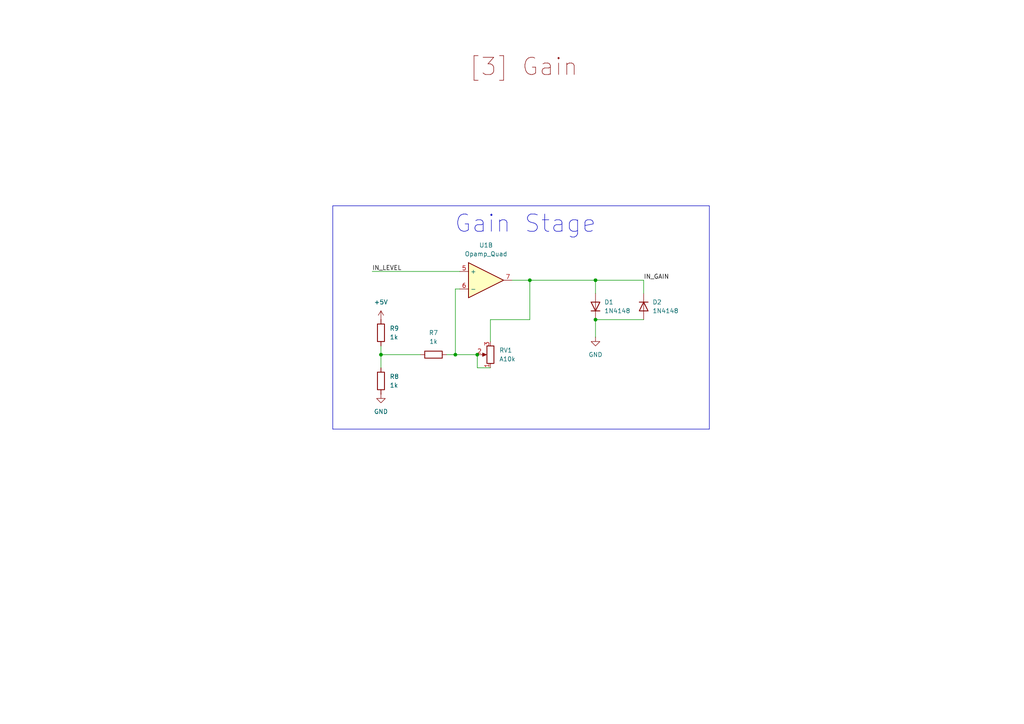
<source format=kicad_sch>
(kicad_sch (version 20231120) (generator "eeschema") (generator_version "8.0")
  (paper "A4")
  (lib_symbols
    (symbol "Device:Opamp_Quad"
      (property "Reference" "U" (at 0 5.08 0))
      (property "Value" "Opamp_Quad" (at 0 -5.08 0))
      (symbol "Opamp_Quad_1_1"
        (polyline (pts (xy -5.08 5.08) (xy 5.08 0) (xy -5.08 -5.08) (xy -5.08 5.08)) (stroke (width 0.254)) (fill (type background)))
        (pin output line (at 7.62 0 180) (length 2.54) (name "~") (number "1"))
        (pin input line (at -7.62 -2.54 0) (length 2.54) (name "-") (number "2"))
        (pin input line (at -7.62 2.54 0) (length 2.54) (name "+") (number "3"))
      )
      (symbol "Opamp_Quad_2_1"
        (polyline (pts (xy -5.08 5.08) (xy 5.08 0) (xy -5.08 -5.08) (xy -5.08 5.08)) (stroke (width 0.254)) (fill (type background)))
        (pin input line (at -7.62 2.54 0) (length 2.54) (name "+") (number "5"))
        (pin input line (at -7.62 -2.54 0) (length 2.54) (name "-") (number "6"))
        (pin output line (at 7.62 0 180) (length 2.54) (name "~") (number "7"))
      )
      (symbol "Opamp_Quad_3_1"
        (polyline (pts (xy -5.08 5.08) (xy 5.08 0) (xy -5.08 -5.08) (xy -5.08 5.08)) (stroke (width 0.254)) (fill (type background)))
        (pin input line (at -7.62 2.54 0) (length 2.54) (name "+") (number "10"))
        (pin output line (at 7.62 0 180) (length 2.54) (name "~") (number "8"))
        (pin input line (at -7.62 -2.54 0) (length 2.54) (name "-") (number "9"))
      )
      (symbol "Opamp_Quad_4_1"
        (polyline (pts (xy -5.08 5.08) (xy 5.08 0) (xy -5.08 -5.08) (xy -5.08 5.08)) (stroke (width 0.254)) (fill (type background)))
        (pin input line (at -7.62 2.54 0) (length 2.54) (name "+") (number "12"))
        (pin input line (at -7.62 -2.54 0) (length 2.54) (name "-") (number "13"))
        (pin output line (at 7.62 0 180) (length 2.54) (name "~") (number "14"))
      )
      (symbol "Opamp_Quad_5_1"
        (pin power_in line (at -2.54 -7.62 90) (length 3.81) (name "V-") (number "11"))
        (pin power_in line (at -2.54 7.62 270) (length 3.81) (name "V+") (number "4"))
      )
    )
    (symbol "Device:R" (pin_numbers hide) (pin_names (offset 0))
      (property "Reference" "R" (at 2.032 0 90))
      (property "Value" "R" (at 0 0 90))
      (symbol "R_0_1"
        (rectangle (start -1.016 -2.54) (end 1.016 2.54) (stroke (width 0.254)))
      )
      (symbol "R_1_1"
        (pin passive line (at 0 3.81 270) (length 1.27) (name "~") (number "1"))
        (pin passive line (at 0 -3.81 90) (length 1.27) (name "~") (number "2"))
      )
    )
    (symbol "Device:R_Potentiometer" (pin_names (offset 1.016) hide)
      (property "Reference" "RV" (at -4.445 0 90))
      (property "Value" "R_Potentiometer" (at -2.54 0 90))
      (symbol "R_Potentiometer_0_1"
        (polyline (pts (xy 2.54 0) (xy 1.524 0)))
        (polyline (pts (xy 1.143 0) (xy 2.286 0.508) (xy 2.286 -0.508) (xy 1.143 0)) (fill (type outline)))
        (rectangle (start 1.016 2.54) (end -1.016 -2.54) (stroke (width 0.254)))
      )
      (symbol "R_Potentiometer_1_1"
        (pin passive line (at 0 3.81 270) (length 1.27) (name "1") (number "1"))
        (pin passive line (at 3.81 0 180) (length 1.27) (name "2") (number "2"))
        (pin passive line (at 0 -3.81 90) (length 1.27) (name "3") (number "3"))
      )
    )
    (symbol "Diode:1N4148" (pin_numbers hide) (pin_names hide)
      (property "Reference" "D" (at 0 2.54 0))
      (property "Value" "1N4148" (at 0 -2.54 0))
      (symbol "1N4148_0_1"
        (polyline (pts (xy -1.27 1.27) (xy -1.27 -1.27)) (stroke (width 0.254)))
        (polyline (pts (xy 1.27 0) (xy -1.27 0)))
        (polyline (pts (xy 1.27 1.27) (xy 1.27 -1.27) (xy -1.27 0) (xy 1.27 1.27)) (stroke (width 0.254)))
      )
      (symbol "1N4148_1_1"
        (pin passive line (at -3.81 0 0) (length 2.54) (name "K") (number "1"))
        (pin passive line (at 3.81 0 180) (length 2.54) (name "A") (number "2"))
      )
    )
    (symbol "power:+5V" (power) (pin_numbers hide) (pin_names (offset 0) hide)
      (property "Value" "+5V" (at 0 3.556 0))
      (symbol "+5V_0_1"
        (polyline (pts (xy -0.762 1.27) (xy 0 2.54)))
        (polyline (pts (xy 0 0) (xy 0 2.54)))
        (polyline (pts (xy 0 2.54) (xy 0.762 1.27)))
      )
      (symbol "+5V_1_1"
        (pin power_in line (at 0 0 90) (length 0) (name "~") (number "1"))
      )
    )
    (symbol "power:GND" (power) (pin_numbers hide) (pin_names (offset 0) hide)
      (property "Value" "GND" (at 0 -3.81 0))
      (symbol "GND_0_1"
        (polyline (pts (xy 0 0) (xy 0 -1.27) (xy 1.27 -1.27) (xy 0 -2.54) (xy -1.27 -1.27) (xy 0 -1.27)))
      )
      (symbol "GND_1_1"
        (pin power_in line (at 0 0 270) (length 0) (name "~") (number "1"))
      )
    )
  )
  (junction (at 153.67 81.28))
  (junction (at 110.49 102.87))
  (junction (at 172.72 92.71))
  (junction (at 138.43 102.87))
  (junction (at 132.08 102.87))
  (junction (at 172.72 81.28))
  (wire (pts (xy 129.54 102.87) (xy 132.08 102.87)))
  (wire (pts (xy 107.95 78.74) (xy 133.35 78.74)))
  (wire (pts (xy 110.49 102.87) (xy 110.49 106.68)))
  (polyline (pts (xy 96.52 59.69) (xy 205.74 59.69)))
  (wire (pts (xy 132.08 102.87) (xy 138.43 102.87)))
  (wire (pts (xy 138.43 102.87) (xy 138.43 106.68)))
  (wire (pts (xy 138.43 106.68) (xy 142.24 106.68)))
  (wire (pts (xy 172.72 92.71) (xy 186.69 92.71)))
  (wire (pts (xy 153.67 92.71) (xy 153.67 81.28)))
  (wire (pts (xy 110.49 100.33) (xy 110.49 102.87)))
  (wire (pts (xy 132.08 83.82) (xy 133.35 83.82)))
  (polyline (pts (xy 205.74 124.46) (xy 205.74 59.69)))
  (wire (pts (xy 142.24 92.71) (xy 153.67 92.71)))
  (wire (pts (xy 172.72 92.71) (xy 172.72 97.79)))
  (wire (pts (xy 186.69 85.09) (xy 186.69 81.28)))
  (wire (pts (xy 148.59 81.28) (xy 153.67 81.28)))
  (wire (pts (xy 132.08 102.87) (xy 132.08 83.82)))
  (wire (pts (xy 186.69 81.28) (xy 172.72 81.28)))
  (wire (pts (xy 110.49 102.87) (xy 121.92 102.87)))
  (wire (pts (xy 172.72 81.28) (xy 172.72 85.09)))
  (wire (pts (xy 153.67 81.28) (xy 172.72 81.28)))
  (polyline (pts (xy 96.52 59.69) (xy 96.52 124.46)))
  (wire (pts (xy 142.24 99.06) (xy 142.24 92.71)))
  (polyline (pts (xy 96.52 124.46) (xy 205.74 124.46)))
  (text "Gain Stage" (at 152.4 65.024 0) (effects (font (size 5 5))))
  (text "[3] Gain" (at 151.892 19.558 0) (effects (font (size 5 5))))
  (label "IN_LEVEL" (at 107.95 78.74 0))
  (label "IN_GAIN" (at 186.69 81.28 0))
  (symbol (lib_id "power:+5V") (at 110.49 92.71 0) (unit 1)
    (property "Reference" "#PWR07" (effects (hide yes)))
    (property "Value" "+5V" (at 110.49 87.63 0))
    (property "Description" "Power symbol creates a global label with name \"+5V\"" (effects (hide yes)))
  )
  (symbol (lib_id "power:GND") (at 110.49 114.3 0) (unit 1)
    (property "Reference" "#PWR06" (effects (hide yes)))
    (property "Value" "GND" (at 110.49 119.38 0))
    (property "Description" "Power symbol creates a global label with name \"GND\" , ground" (effects (hide yes)))
  )
  (symbol (lib_id "Device:R") (at 110.49 110.49 0) (unit 1)
    (property "Reference" "R8" (at 113.03 109.2199 0) (effects (justify left)))
    (property "Value" "1k" (at 113.03 111.7599 0) (effects (justify left)))
    (property "Description" "Resistor" (effects (hide yes)))
  )
  (symbol (lib_id "Diode:1N4148") (at 172.72 88.9 90) (unit 1)
    (property "Reference" "D1" (at 175.26 87.6299 90) (effects (justify right)))
    (property "Value" "1N4148" (at 175.26 90.1699 90) (effects (justify right)))
    (property "Footprint" "Diode_THT:D_DO-35_SOD27_P7.62mm_Horizontal" (effects (hide yes)))
    (property "Datasheet" "https://assets.nexperia.com/documents/data-sheet/1N4148_1N4448.pdf" (effects (hide yes)))
    (property "Description" "100V 0.15A standard switching diode, DO-35" (effects (hide yes)))
    (property "Sim.Device" "D" (effects (hide yes)))
    (property "Sim.Pins" "1=K 2=A" (effects (hide yes)))
  )
  (symbol (lib_id "Device:R") (at 125.73 102.87 90) (unit 1)
    (property "Reference" "R7" (at 125.73 96.52 90))
    (property "Value" "1k" (at 125.73 99.06 90))
    (property "Description" "Resistor" (effects (hide yes)))
  )
  (symbol (lib_id "Device:R_Potentiometer") (at 142.24 102.87 180) (unit 1)
    (property "Reference" "RV1" (at 144.78 101.5999 0) (effects (justify right)))
    (property "Value" "A10k" (at 144.78 104.1399 0) (effects (justify right)))
    (property "Description" "Potentiometer" (effects (hide yes)))
  )
  (symbol (lib_id "Diode:1N4148") (at 186.69 88.9 270) (unit 1)
    (property "Reference" "D2" (at 189.23 87.6299 90) (effects (justify left)))
    (property "Value" "1N4148" (at 189.23 90.1699 90) (effects (justify left)))
    (property "Footprint" "Diode_THT:D_DO-35_SOD27_P7.62mm_Horizontal" (effects (hide yes)))
    (property "Datasheet" "https://assets.nexperia.com/documents/data-sheet/1N4148_1N4448.pdf" (effects (hide yes)))
    (property "Description" "100V 0.15A standard switching diode, DO-35" (effects (hide yes)))
    (property "Sim.Device" "D" (effects (hide yes)))
    (property "Sim.Pins" "1=K 2=A" (effects (hide yes)))
  )
  (symbol (lib_id "power:GND") (at 172.72 97.79 0) (unit 1)
    (property "Reference" "#PWR05" (effects (hide yes)))
    (property "Value" "GND" (at 172.72 102.87 0))
    (property "Description" "Power symbol creates a global label with name \"GND\" , ground" (effects (hide yes)))
  )
  (symbol (lib_id "Device:Opamp_Quad") (at 140.97 81.28 0) (unit 2)
    (property "Reference" "U1" (at 140.97 71.12 0))
    (property "Value" "Opamp_Quad" (at 140.97 73.66 0))
    (property "Description" "Quad operational amplifier" (effects (hide yes)))
    (property "Sim.Library" "${KICAD7_SYMBOL_DIR}/Simulation_SPICE.sp" (effects (hide yes)))
    (property "Sim.Name" "kicad_builtin_opamp_quad" (effects (hide yes)))
    (property "Sim.Device" "SUBCKT" (effects (hide yes)))
    (property "Sim.Pins" "1=out1 2=in1- 3=in1+ 4=vcc 5=in2+ 6=in2- 7=out2 8=out3 9=in3- 10=in3+ 11=vee 12=in4+ 13=in4- 14=out4" (effects (hide yes)))
  )
  (symbol (lib_id "Device:R") (at 110.49 96.52 0) (unit 1)
    (property "Reference" "R9" (at 113.03 95.2499 0) (effects (justify left)))
    (property "Value" "1k" (at 113.03 97.7899 0) (effects (justify left)))
    (property "Description" "Resistor" (effects (hide yes)))
  )
)
</source>
